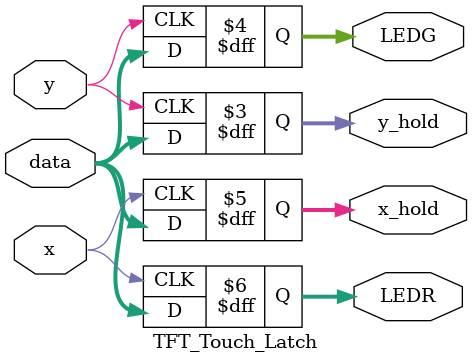
<source format=v>
module TFT_Touch_Latch (
	output reg [7:0] x_hold, y_hold, LEDR, LEDG,
	input wire [7:0] data,
	input wire x, y);

always @ (posedge x)	// only when signal is pulsed by state machine
	begin
		LEDR = data;
		x_hold = data;
	end
	
	always @ (posedge y)
	begin		
		LEDG = data;
		y_hold = data;
	end
endmodule

</source>
